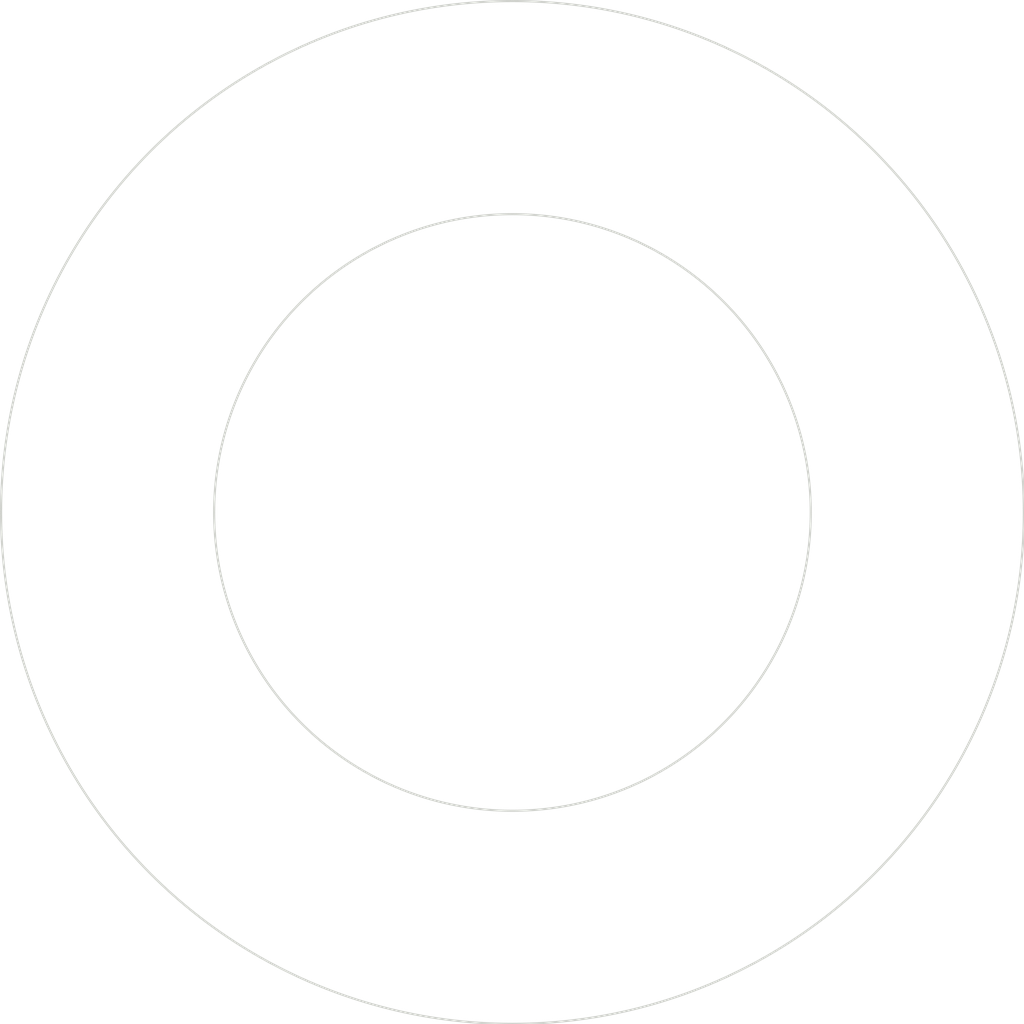
<source format=kicad_pcb>
(kicad_pcb (version 20171130) (host pcbnew "(5.1.7)-1")

  (general
    (thickness 1.6)
    (drawings 2)
    (tracks 0)
    (zones 0)
    (modules 3)
    (nets 1)
  )

  (page A4)
  (layers
    (0 F.Cu signal)
    (31 B.Cu signal)
    (32 B.Adhes user)
    (33 F.Adhes user)
    (34 B.Paste user)
    (35 F.Paste user)
    (36 B.SilkS user)
    (37 F.SilkS user)
    (38 B.Mask user)
    (39 F.Mask user)
    (40 Dwgs.User user)
    (41 Cmts.User user)
    (42 Eco1.User user)
    (43 Eco2.User user)
    (44 Edge.Cuts user)
    (45 Margin user)
    (46 B.CrtYd user)
    (47 F.CrtYd user)
    (48 B.Fab user)
    (49 F.Fab user)
  )

  (setup
    (last_trace_width 0.25)
    (user_trace_width 2.5)
    (trace_clearance 0.2)
    (zone_clearance 0.75)
    (zone_45_only yes)
    (trace_min 0.2)
    (via_size 0.8)
    (via_drill 0.4)
    (via_min_size 0.4)
    (via_min_drill 0.3)
    (uvia_size 0.3)
    (uvia_drill 0.1)
    (uvias_allowed no)
    (uvia_min_size 0.2)
    (uvia_min_drill 0.1)
    (edge_width 0.05)
    (segment_width 0.2)
    (pcb_text_width 0.3)
    (pcb_text_size 1.5 1.5)
    (mod_edge_width 0.12)
    (mod_text_size 1 1)
    (mod_text_width 0.15)
    (pad_size 1.25 1.25)
    (pad_drill 1.25)
    (pad_to_mask_clearance 0)
    (aux_axis_origin 0 0)
    (visible_elements 7FFFFF7F)
    (pcbplotparams
      (layerselection 0x010fc_ffffffff)
      (usegerberextensions true)
      (usegerberattributes false)
      (usegerberadvancedattributes false)
      (creategerberjobfile false)
      (excludeedgelayer true)
      (linewidth 0.100000)
      (plotframeref false)
      (viasonmask false)
      (mode 1)
      (useauxorigin false)
      (hpglpennumber 1)
      (hpglpenspeed 20)
      (hpglpendiameter 15.000000)
      (psnegative false)
      (psa4output false)
      (plotreference true)
      (plotvalue false)
      (plotinvisibletext false)
      (padsonsilk false)
      (subtractmaskfromsilk true)
      (outputformat 1)
      (mirror false)
      (drillshape 0)
      (scaleselection 1)
      (outputdirectory "gerber"))
  )

  (net 0 "")

  (net_class Default "This is the default net class."
    (clearance 0.2)
    (trace_width 0.25)
    (via_dia 0.8)
    (via_drill 0.4)
    (uvia_dia 0.3)
    (uvia_drill 0.1)
  )

  (module Wire_Pads:SolderWirePad_single_1-2mmDrill (layer F.Cu) (tedit 629E88AF) (tstamp 6292A591)
    (at 182.357793 44.180524)
    (path /6292B3FA)
    (fp_text reference J4 (at 0 -3.81) (layer F.SilkS) hide
      (effects (font (size 1 1) (thickness 0.15)))
    )
    (fp_text value Conn_01x01 (at -1.905 3.175) (layer F.Fab) hide
      (effects (font (size 1 1) (thickness 0.15)))
    )
    (pad "" np_thru_hole circle (at 0 0) (size 1.25 1.25) (drill 1.25) (layers *.Cu *.Mask))
  )

  (module Wire_Pads:SolderWirePad_single_1-2mmDrill (layer F.Cu) (tedit 629E88BC) (tstamp 6292A58E)
    (at 173.264526 28.430525)
    (path /6292B030)
    (fp_text reference J3 (at 0 -3.81) (layer F.SilkS) hide
      (effects (font (size 1 1) (thickness 0.15)))
    )
    (fp_text value Conn_01x01 (at -1.905 3.175) (layer F.Fab) hide
      (effects (font (size 1 1) (thickness 0.15)))
    )
    (pad "" np_thru_hole circle (at 0 0) (size 1.25 1.25) (drill 1.25) (layers *.Cu *.Mask))
  )

  (module Wire_Pads:SolderWirePad_single_1-2mmDrill (layer F.Cu) (tedit 629E88A4) (tstamp 6292A58B)
    (at 164.171259 44.180524)
    (path /6292AB1C)
    (fp_text reference J2 (at 0 -3.81) (layer F.SilkS) hide
      (effects (font (size 1 1) (thickness 0.15)))
    )
    (fp_text value Conn_01x01 (at -1.905 3.175) (layer F.Fab) hide
      (effects (font (size 1 1) (thickness 0.15)))
    )
    (pad "" np_thru_hole circle (at 0 0) (size 1.25 1.25) (drill 1.25) (layers *.Cu *.Mask))
  )

  (gr_circle (center 173.264526 38.930524) (end 180.264526 38.930524) (layer Edge.Cuts) (width 0.05))
  (gr_circle (center 173.264526 38.930524) (end 185.264526 38.930524) (layer Edge.Cuts) (width 0.05))

)

</source>
